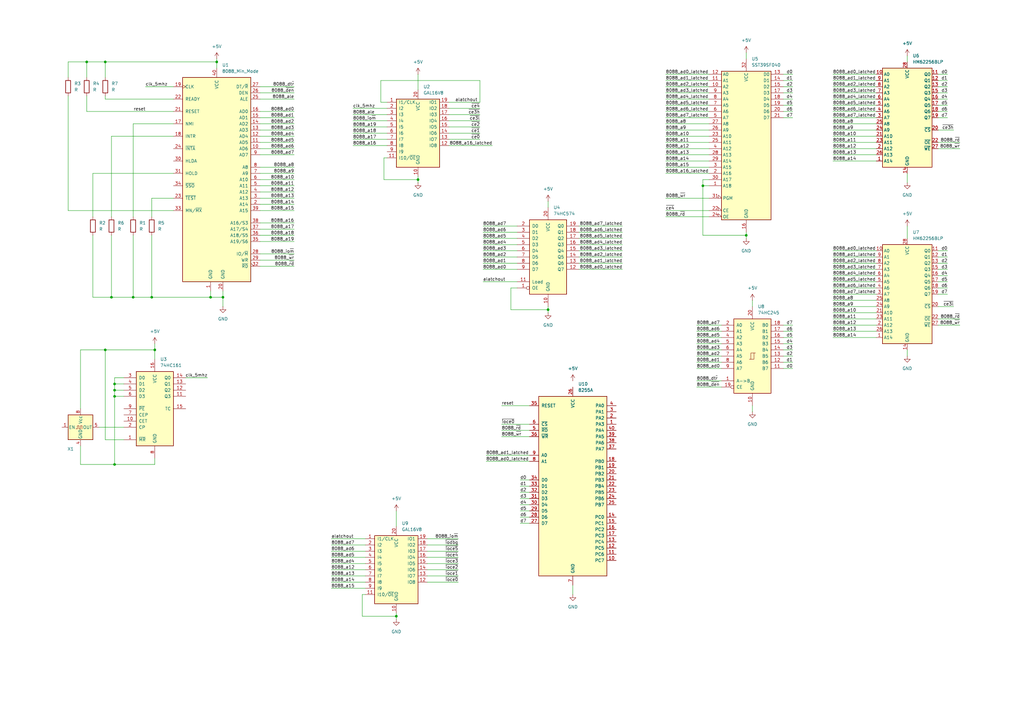
<source format=kicad_sch>
(kicad_sch (version 20231120) (generator "eeschema") (generator_version "8.0")
  (paper "A3")
  (lib_symbols
    (symbol "74xx:74HC245" (pin_names (offset 1.016))
      (property "Reference" "U" (at -7.62 16.51 0))
      (property "Value" "74HC245" (at -7.62 -16.51 0))
      (symbol "74HC245_1_0"
        (pin input line (at -12.7 -10.16 0) (length 5.08) (name "A->B") (number "1"))
        (pin power_in line (at 0 -20.32 90) (length 5.08) (name "GND") (number "10"))
        (pin tri_state line (at 12.7 -5.08 180) (length 5.08) (name "B7") (number "11"))
        (pin tri_state line (at 12.7 -2.54 180) (length 5.08) (name "B6") (number "12"))
        (pin tri_state line (at 12.7 0 180) (length 5.08) (name "B5") (number "13"))
        (pin tri_state line (at 12.7 2.54 180) (length 5.08) (name "B4") (number "14"))
        (pin tri_state line (at 12.7 5.08 180) (length 5.08) (name "B3") (number "15"))
        (pin tri_state line (at 12.7 7.62 180) (length 5.08) (name "B2") (number "16"))
        (pin tri_state line (at 12.7 10.16 180) (length 5.08) (name "B1") (number "17"))
        (pin tri_state line (at 12.7 12.7 180) (length 5.08) (name "B0") (number "18"))
        (pin input inverted (at -12.7 -12.7 0) (length 5.08) (name "CE") (number "19"))
        (pin tri_state line (at -12.7 12.7 0) (length 5.08) (name "A0") (number "2"))
        (pin power_in line (at 0 20.32 270) (length 5.08) (name "VCC") (number "20"))
        (pin tri_state line (at -12.7 10.16 0) (length 5.08) (name "A1") (number "3"))
        (pin tri_state line (at -12.7 7.62 0) (length 5.08) (name "A2") (number "4"))
        (pin tri_state line (at -12.7 5.08 0) (length 5.08) (name "A3") (number "5"))
        (pin tri_state line (at -12.7 2.54 0) (length 5.08) (name "A4") (number "6"))
        (pin tri_state line (at -12.7 0 0) (length 5.08) (name "A5") (number "7"))
        (pin tri_state line (at -12.7 -2.54 0) (length 5.08) (name "A6") (number "8"))
        (pin tri_state line (at -12.7 -5.08 0) (length 5.08) (name "A7") (number "9"))
      )
    )
    (symbol "74xx:74LS161" (pin_names (offset 1.016))
      (property "Reference" "U3" (at 2.1941 20.32 0))
      (property "Value" "74HC161" (at 2.1941 17.78 0))
      (symbol "74LS161_1_0"
        (pin input line (at -12.7 -12.7 0) (length 5.08) (name "~{MR}") (number "1"))
        (pin input line (at -12.7 -5.08 0) (length 5.08) (name "CET") (number "10"))
        (pin output line (at 12.7 5.08 180) (length 5.08) (name "Q3") (number "11"))
        (pin output line (at 12.7 7.62 180) (length 5.08) (name "Q2") (number "12"))
        (pin output line (at 12.7 10.16 180) (length 5.08) (name "Q1") (number "13"))
        (pin output line (at 12.7 12.7 180) (length 5.08) (name "Q0") (number "14"))
        (pin output line (at 12.7 0 180) (length 5.08) (name "TC") (number "15"))
        (pin power_in line (at 0 20.32 270) (length 5.08) (name "VCC") (number "16"))
        (pin input line (at -12.7 -7.62 0) (length 5.08) (name "CP") (number "2"))
        (pin input line (at -12.7 12.7 0) (length 5.08) (name "D0") (number "3"))
        (pin input line (at -12.7 10.16 0) (length 5.08) (name "D1") (number "4"))
        (pin input line (at -12.7 7.62 0) (length 5.08) (name "D2") (number "5"))
        (pin input line (at -12.7 5.08 0) (length 5.08) (name "D3") (number "6"))
        (pin input line (at -12.7 -2.54 0) (length 5.08) (name "CEP") (number "7"))
        (pin power_in line (at 0 -20.32 90) (length 5.08) (name "GND") (number "8"))
        (pin input line (at -12.7 0 0) (length 5.08) (name "~{PE}") (number "9"))
      )
    )
    (symbol "74xx:74LS573" (pin_names (offset 1.016))
      (property "Reference" "U" (at -7.62 16.51 0))
      (property "Value" "74LS573" (at -7.62 -16.51 0))
      (symbol "74LS573_1_0"
        (pin input inverted (at -12.7 -12.7 0) (length 5.08) (name "OE") (number "1"))
        (pin power_in line (at 0 -20.32 90) (length 5.08) (name "GND") (number "10"))
        (pin input line (at -12.7 -10.16 0) (length 5.08) (name "Load") (number "11"))
        (pin tri_state line (at 12.7 -5.08 180) (length 5.08) (name "Q7") (number "12"))
        (pin tri_state line (at 12.7 -2.54 180) (length 5.08) (name "Q6") (number "13"))
        (pin tri_state line (at 12.7 0 180) (length 5.08) (name "Q5") (number "14"))
        (pin tri_state line (at 12.7 2.54 180) (length 5.08) (name "Q4") (number "15"))
        (pin tri_state line (at 12.7 5.08 180) (length 5.08) (name "Q3") (number "16"))
        (pin tri_state line (at 12.7 7.62 180) (length 5.08) (name "Q2") (number "17"))
        (pin tri_state line (at 12.7 10.16 180) (length 5.08) (name "Q1") (number "18"))
        (pin tri_state line (at 12.7 12.7 180) (length 5.08) (name "Q0") (number "19"))
        (pin input line (at -12.7 12.7 0) (length 5.08) (name "D0") (number "2"))
        (pin power_in line (at 0 20.32 270) (length 5.08) (name "VCC") (number "20"))
        (pin input line (at -12.7 10.16 0) (length 5.08) (name "D1") (number "3"))
        (pin input line (at -12.7 7.62 0) (length 5.08) (name "D2") (number "4"))
        (pin input line (at -12.7 5.08 0) (length 5.08) (name "D3") (number "5"))
        (pin input line (at -12.7 2.54 0) (length 5.08) (name "D4") (number "6"))
        (pin input line (at -12.7 0 0) (length 5.08) (name "D5") (number "7"))
        (pin input line (at -12.7 -2.54 0) (length 5.08) (name "D6") (number "8"))
        (pin input line (at -12.7 -5.08 0) (length 5.08) (name "D7") (number "9"))
      )
    )
    (symbol "Device:R" (pin_numbers hide) (pin_names (offset 0))
      (property "Reference" "R" (at 2.032 0 90))
      (property "Value" "R" (at 0 0 90))
      (symbol "R_1_1"
        (pin passive line (at 0 3.81 270) (length 1.27) (name "~") (number "1"))
        (pin passive line (at 0 -3.81 90) (length 1.27) (name "~") (number "2"))
      )
    )
    (symbol "Interface:8255A" (pin_names (offset 1.016))
      (property "Reference" "U" (at -13.97 38.1 0))
      (property "Value" "8255A" (at 8.89 38.1 0))
      (symbol "8255A_1_1"
        (pin bidirectional line (at 17.78 25.4 180) (length 3.81) (name "PA3") (number "1"))
        (pin bidirectional line (at 17.78 -30.48 180) (length 3.81) (name "PC7") (number "10"))
        (pin bidirectional line (at 17.78 -27.94 180) (length 3.81) (name "PC6") (number "11"))
        (pin bidirectional line (at 17.78 -25.4 180) (length 3.81) (name "PC5") (number "12"))
        (pin bidirectional line (at 17.78 -22.86 180) (length 3.81) (name "PC4") (number "13"))
        (pin bidirectional line (at 17.78 -12.7 180) (length 3.81) (name "PC0") (number "14"))
        (pin bidirectional line (at 17.78 -15.24 180) (length 3.81) (name "PC1") (number "15"))
        (pin bidirectional line (at 17.78 -17.78 180) (length 3.81) (name "PC2") (number "16"))
        (pin bidirectional line (at 17.78 -20.32 180) (length 3.81) (name "PC3") (number "17"))
        (pin bidirectional line (at 17.78 10.16 180) (length 3.81) (name "PB0") (number "18"))
        (pin bidirectional line (at 17.78 7.62 180) (length 3.81) (name "PB1") (number "19"))
        (pin bidirectional line (at 17.78 27.94 180) (length 3.81) (name "PA2") (number "2"))
        (pin bidirectional line (at 17.78 5.08 180) (length 3.81) (name "PB2") (number "20"))
        (pin bidirectional line (at 17.78 2.54 180) (length 3.81) (name "PB3") (number "21"))
        (pin bidirectional line (at 17.78 0 180) (length 3.81) (name "PB4") (number "22"))
        (pin bidirectional line (at 17.78 -2.54 180) (length 3.81) (name "PB5") (number "23"))
        (pin bidirectional line (at 17.78 -5.08 180) (length 3.81) (name "PB6") (number "24"))
        (pin bidirectional line (at 17.78 -7.62 180) (length 3.81) (name "PB7") (number "25"))
        (pin power_in line (at 0 40.64 270) (length 3.81) (name "VCC") (number "26"))
        (pin bidirectional line (at -17.78 -15.24 0) (length 3.81) (name "D7") (number "27"))
        (pin bidirectional line (at -17.78 -12.7 0) (length 3.81) (name "D6") (number "28"))
        (pin bidirectional line (at -17.78 -10.16 0) (length 3.81) (name "D5") (number "29"))
        (pin bidirectional line (at 17.78 30.48 180) (length 3.81) (name "PA1") (number "3"))
        (pin bidirectional line (at -17.78 -7.62 0) (length 3.81) (name "D4") (number "30"))
        (pin bidirectional line (at -17.78 -5.08 0) (length 3.81) (name "D3") (number "31"))
        (pin bidirectional line (at -17.78 -2.54 0) (length 3.81) (name "D2") (number "32"))
        (pin bidirectional line (at -17.78 0 0) (length 3.81) (name "D1") (number "33"))
        (pin bidirectional line (at -17.78 2.54 0) (length 3.81) (name "D0") (number "34"))
        (pin input line (at -17.78 33.02 0) (length 3.81) (name "RESET") (number "35"))
        (pin input line (at -17.78 20.32 0) (length 3.81) (name "~{WR}") (number "36"))
        (pin bidirectional line (at 17.78 15.24 180) (length 3.81) (name "PA7") (number "37"))
        (pin bidirectional line (at 17.78 17.78 180) (length 3.81) (name "PA6") (number "38"))
        (pin bidirectional line (at 17.78 20.32 180) (length 3.81) (name "PA5") (number "39"))
        (pin bidirectional line (at 17.78 33.02 180) (length 3.81) (name "PA0") (number "4"))
        (pin bidirectional line (at 17.78 22.86 180) (length 3.81) (name "PA4") (number "40"))
        (pin input line (at -17.78 22.86 0) (length 3.81) (name "~{RD}") (number "5"))
        (pin input line (at -17.78 25.4 0) (length 3.81) (name "~{CS}") (number "6"))
        (pin power_in line (at 0 -40.64 90) (length 3.81) (name "GND") (number "7"))
        (pin input line (at -17.78 10.16 0) (length 3.81) (name "A1") (number "8"))
        (pin input line (at -17.78 12.7 0) (length 3.81) (name "A0") (number "9"))
      )
    )
    (symbol "Logic_Programmable:GAL16V8" (pin_names (offset 1.016))
      (property "Reference" "U" (at -8.89 16.51 0))
      (property "Value" "GAL16V8" (at 1.27 16.51 0))
      (symbol "GAL16V8_0_0"
        (pin power_in line (at 0 -17.78 90) (length 3.81) (name "GND") (number "10"))
        (pin power_in line (at 0 17.78 270) (length 3.81) (name "VCC") (number "20"))
      )
      (symbol "GAL16V8_1_1"
        (pin input line (at -12.7 12.7 0) (length 3.81) (name "I1/CLK") (number "1"))
        (pin input line (at -12.7 -10.16 0) (length 3.81) (name "I10/~{OE}") (number "11"))
        (pin tri_state line (at 12.7 -5.08 180) (length 3.81) (name "IO8") (number "12"))
        (pin tri_state line (at 12.7 -2.54 180) (length 3.81) (name "IO7") (number "13"))
        (pin tri_state line (at 12.7 0 180) (length 3.81) (name "IO6") (number "14"))
        (pin tri_state line (at 12.7 2.54 180) (length 3.81) (name "IO5") (number "15"))
        (pin tri_state line (at 12.7 5.08 180) (length 3.81) (name "IO4") (number "16"))
        (pin tri_state line (at 12.7 7.62 180) (length 3.81) (name "I03") (number "17"))
        (pin tri_state line (at 12.7 10.16 180) (length 3.81) (name "IO2") (number "18"))
        (pin tri_state line (at 12.7 12.7 180) (length 3.81) (name "IO1") (number "19"))
        (pin input line (at -12.7 10.16 0) (length 3.81) (name "I2") (number "2"))
        (pin input line (at -12.7 7.62 0) (length 3.81) (name "I3") (number "3"))
        (pin input line (at -12.7 5.08 0) (length 3.81) (name "I4") (number "4"))
        (pin input line (at -12.7 2.54 0) (length 3.81) (name "I5") (number "5"))
        (pin input line (at -12.7 0 0) (length 3.81) (name "I6") (number "6"))
        (pin input line (at -12.7 -2.54 0) (length 3.81) (name "I7") (number "7"))
        (pin input line (at -12.7 -5.08 0) (length 3.81) (name "I8") (number "8"))
        (pin input line (at -12.7 -7.62 0) (length 3.81) (name "I9") (number "9"))
      )
    )
    (symbol "MCU_Intel:8088_Min_Mode" (pin_names (offset 1.016))
      (property "Reference" "U" (at -12.7 43.18 0))
      (property "Value" "8088_Min_Mode" (at 10.16 43.18 0))
      (symbol "8088_Min_Mode_1_1"
        (pin power_in line (at -2.54 -45.72 90) (length 3.81) (name "GND") (number "1"))
        (pin bidirectional line (at 17.78 12.7 180) (length 3.81) (name "AD6") (number "10"))
        (pin bidirectional line (at 17.78 15.24 180) (length 3.81) (name "AD5") (number "11"))
        (pin bidirectional line (at 17.78 17.78 180) (length 3.81) (name "AD4") (number "12"))
        (pin bidirectional line (at 17.78 20.32 180) (length 3.81) (name "AD3") (number "13"))
        (pin bidirectional line (at 17.78 22.86 180) (length 3.81) (name "AD2") (number "14"))
        (pin bidirectional line (at 17.78 25.4 180) (length 3.81) (name "AD1") (number "15"))
        (pin bidirectional line (at 17.78 27.94 180) (length 3.81) (name "AD0") (number "16"))
        (pin input line (at -17.78 22.86 0) (length 3.81) (name "NMI") (number "17"))
        (pin input line (at -17.78 17.78 0) (length 3.81) (name "INTR") (number "18"))
        (pin input clock (at -17.78 38.1 0) (length 3.81) (name "CLK") (number "19"))
        (pin output line (at 17.78 -10.16 180) (length 3.81) (name "A14") (number "2"))
        (pin power_in line (at 2.54 -45.72 90) (length 3.81) (name "GND") (number "20"))
        (pin input line (at -17.78 27.94 0) (length 3.81) (name "RESET") (number "21"))
        (pin input line (at -17.78 33.02 0) (length 3.81) (name "READY") (number "22"))
        (pin input line (at -17.78 -7.62 0) (length 3.81) (name "~{TEST}") (number "23"))
        (pin output line (at -17.78 12.7 0) (length 3.81) (name "~{INTA}") (number "24"))
        (pin output line (at 17.78 33.02 180) (length 3.81) (name "ALE") (number "25"))
        (pin output line (at 17.78 35.56 180) (length 3.81) (name "DEN") (number "26"))
        (pin output line (at 17.78 38.1 180) (length 3.81) (name "DT/~{R}") (number "27"))
        (pin output line (at 17.78 -30.48 180) (length 3.81) (name "IO/~{M}") (number "28"))
        (pin output line (at 17.78 -33.02 180) (length 3.81) (name "WR") (number "29"))
        (pin output line (at 17.78 -7.62 180) (length 3.81) (name "A13") (number "3"))
        (pin output line (at -17.78 7.62 0) (length 3.81) (name "HLDA") (number "30"))
        (pin input line (at -17.78 2.54 0) (length 3.81) (name "HOLD") (number "31"))
        (pin output output_low (at 17.78 -35.56 180) (length 3.81) (name "~{RD}") (number "32"))
        (pin input line (at -17.78 -12.7 0) (length 3.81) (name "MN/~{MX}") (number "33"))
        (pin output line (at -17.78 -2.54 0) (length 3.81) (name "~{SSO}") (number "34"))
        (pin output line (at 17.78 -25.4 180) (length 3.81) (name "A19/S6") (number "35"))
        (pin output line (at 17.78 -22.86 180) (length 3.81) (name "A18/S5") (number "36"))
        (pin output line (at 17.78 -20.32 180) (length 3.81) (name "A17/S4") (number "37"))
        (pin output line (at 17.78 -17.78 180) (length 3.81) (name "A16/S3") (number "38"))
        (pin output line (at 17.78 -12.7 180) (length 3.81) (name "A15") (number "39"))
        (pin output line (at 17.78 -5.08 180) (length 3.81) (name "A12") (number "4"))
        (pin power_in line (at 0 45.72 270) (length 3.81) (name "VCC") (number "40"))
        (pin output line (at 17.78 -2.54 180) (length 3.81) (name "A11") (number "5"))
        (pin output line (at 17.78 0 180) (length 3.81) (name "A10") (number "6"))
        (pin output line (at 17.78 2.54 180) (length 3.81) (name "A9") (number "7"))
        (pin output line (at 17.78 5.08 180) (length 3.81) (name "A8") (number "8"))
        (pin bidirectional line (at 17.78 10.16 180) (length 3.81) (name "AD7") (number "9"))
      )
    )
    (symbol "Memory_Flash:SST39SF040"
      (property "Reference" "U" (at 2.54 33.02 0))
      (property "Value" "SST39SF040" (at 0 -30.48 0))
      (symbol "SST39SF040_0_0"
        (pin power_in line (at 0 -34.29 90) (length 5.08) (name "GND") (number "16"))
        (pin power_in line (at 0 36.83 270) (length 5.08) (name "VCC") (number "32"))
      )
      (symbol "SST39SF040_1_1"
        (pin input line (at -15.24 -15.24 0) (length 5.08) (name "A18") (number "1"))
        (pin input line (at -15.24 25.4 0) (length 5.08) (name "A2") (number "10"))
        (pin input line (at -15.24 27.94 0) (length 5.08) (name "A1") (number "11"))
        (pin input line (at -15.24 30.48 0) (length 5.08) (name "A0") (number "12"))
        (pin tri_state line (at 15.24 30.48 180) (length 5.08) (name "D0") (number "13"))
        (pin tri_state line (at 15.24 27.94 180) (length 5.08) (name "D1") (number "14"))
        (pin tri_state line (at 15.24 25.4 180) (length 5.08) (name "D2") (number "15"))
        (pin tri_state line (at 15.24 22.86 180) (length 5.08) (name "D3") (number "17"))
        (pin tri_state line (at 15.24 20.32 180) (length 5.08) (name "D4") (number "18"))
        (pin tri_state line (at 15.24 17.78 180) (length 5.08) (name "D5") (number "19"))
        (pin input line (at -15.24 -10.16 0) (length 5.08) (name "A16") (number "2"))
        (pin tri_state line (at 15.24 15.24 180) (length 5.08) (name "D6") (number "20"))
        (pin tri_state line (at 15.24 12.7 180) (length 5.08) (name "D7") (number "21"))
        (pin input input_low (at -15.24 -25.4 0) (length 5.08) (name "CE") (number "22"))
        (pin input line (at -15.24 5.08 0) (length 5.08) (name "A10") (number "23"))
        (pin input input_low (at -15.24 -27.94 0) (length 5.08) (name "OE") (number "24"))
        (pin input line (at -15.24 2.54 0) (length 5.08) (name "A11") (number "25"))
        (pin input line (at -15.24 7.62 0) (length 5.08) (name "A9") (number "26"))
        (pin input line (at -15.24 10.16 0) (length 5.08) (name "A8") (number "27"))
        (pin input line (at -15.24 -2.54 0) (length 5.08) (name "A13") (number "28"))
        (pin input line (at -15.24 -5.08 0) (length 5.08) (name "A14") (number "29"))
        (pin input line (at -15.24 -7.62 0) (length 5.08) (name "A15") (number "3"))
        (pin input line (at -15.24 -12.7 0) (length 5.08) (name "A17") (number "30"))
        (pin input input_low (at -15.24 -20.32 0) (length 5.08) (name "PGM") (number "31"))
        (pin input line (at -15.24 0 0) (length 5.08) (name "A12") (number "4"))
        (pin input line (at -15.24 12.7 0) (length 5.08) (name "A7") (number "5"))
        (pin input line (at -15.24 15.24 0) (length 5.08) (name "A6") (number "6"))
        (pin input line (at -15.24 17.78 0) (length 5.08) (name "A5") (number "7"))
        (pin input line (at -15.24 20.32 0) (length 5.08) (name "A4") (number "8"))
        (pin input line (at -15.24 22.86 0) (length 5.08) (name "A3") (number "9"))
      )
    )
    (symbol "Memory_RAM:HM62256BLP"
      (property "Reference" "U" (at -10.16 20.955 0))
      (property "Value" "HM62256BLP" (at 2.54 20.955 0))
      (symbol "HM62256BLP_0_0"
        (pin power_in line (at 0 -22.86 90) (length 2.54) (name "GND") (number "14"))
        (pin power_in line (at 0 22.86 270) (length 2.54) (name "VCC") (number "28"))
      )
      (symbol "HM62256BLP_1_1"
        (pin input line (at -12.7 -17.78 0) (length 2.54) (name "A14") (number "1"))
        (pin input line (at -12.7 17.78 0) (length 2.54) (name "A0") (number "10"))
        (pin tri_state line (at 12.7 17.78 180) (length 2.54) (name "Q0") (number "11"))
        (pin tri_state line (at 12.7 15.24 180) (length 2.54) (name "Q1") (number "12"))
        (pin tri_state line (at 12.7 12.7 180) (length 2.54) (name "Q2") (number "13"))
        (pin tri_state line (at 12.7 10.16 180) (length 2.54) (name "Q3") (number "15"))
        (pin tri_state line (at 12.7 7.62 180) (length 2.54) (name "Q4") (number "16"))
        (pin tri_state line (at 12.7 5.08 180) (length 2.54) (name "Q5") (number "17"))
        (pin tri_state line (at 12.7 2.54 180) (length 2.54) (name "Q6") (number "18"))
        (pin tri_state line (at 12.7 0 180) (length 2.54) (name "Q7") (number "19"))
        (pin input line (at -12.7 -12.7 0) (length 2.54) (name "A12") (number "2"))
        (pin input line (at 12.7 -5.08 180) (length 2.54) (name "~{CS}") (number "20"))
        (pin input line (at -12.7 -7.62 0) (length 2.54) (name "A10") (number "21"))
        (pin input line (at 12.7 -10.16 180) (length 2.54) (name "~{OE}") (number "22"))
        (pin input line (at -12.7 -10.16 0) (length 2.54) (name "A11") (number "23"))
        (pin input line (at -12.7 -5.08 0) (length 2.54) (name "A9") (number "24"))
        (pin input line (at -12.7 -2.54 0) (length 2.54) (name "A8") (number "25"))
        (pin input line (at -12.7 -15.24 0) (length 2.54) (name "A13") (number "26"))
        (pin input line (at 12.7 -12.7 180) (length 2.54) (name "~{WE}") (number "27"))
        (pin input line (at -12.7 0 0) (length 2.54) (name "A7") (number "3"))
        (pin input line (at -12.7 2.54 0) (length 2.54) (name "A6") (number "4"))
        (pin input line (at -12.7 5.08 0) (length 2.54) (name "A5") (number "5"))
        (pin input line (at -12.7 7.62 0) (length 2.54) (name "A4") (number "6"))
        (pin input line (at -12.7 10.16 0) (length 2.54) (name "A3") (number "7"))
        (pin input line (at -12.7 12.7 0) (length 2.54) (name "A2") (number "8"))
        (pin input line (at -12.7 15.24 0) (length 2.54) (name "A1") (number "9"))
      )
    )
    (symbol "Oscillator:CXO_DIP8" (pin_names (offset 0.254))
      (property "Reference" "X" (at -5.08 6.35 0))
      (property "Value" "CXO_DIP8" (at 1.27 -6.35 0))
      (symbol "CXO_DIP8_1_1"
        (pin input line (at -7.62 0 0) (length 2.54) (name "EN") (number "1"))
        (pin power_in line (at 0 -7.62 90) (length 2.54) (name "GND") (number "4"))
        (pin output line (at 7.62 0 180) (length 2.54) (name "OUT") (number "5"))
        (pin power_in line (at 0 7.62 270) (length 2.54) (name "Vcc") (number "8"))
      )
    )
    (symbol "power:+5V" (power) (pin_numbers hide) (pin_names (offset 0) hide)
      (property "Value" "+5V" (at 0 3.556 0))
      (symbol "+5V_1_1"
        (pin power_in line (at 0 0 90) (length 0) (name "~") (number "1"))
      )
    )
    (symbol "power:GND" (power) (pin_numbers hide) (pin_names (offset 0) hide)
      (property "Value" "GND" (at 0 -3.81 0))
      (symbol "GND_1_1"
        (pin power_in line (at 0 0 270) (length 0) (name "~") (number "1"))
      )
    )
  )
  (junction (at 306.07 96.52))
  (junction (at 224.79 127))
  (junction (at 35.56 25.4))
  (junction (at 88.9 25.4))
  (junction (at 43.18 25.4))
  (junction (at 162.56 252.73))
  (junction (at 86.36 121.92))
  (junction (at 43.18 143.51))
  (junction (at 46.99 190.5))
  (junction (at 91.44 121.92))
  (junction (at 46.99 157.48))
  (junction (at 171.45 73.66))
  (junction (at 54.61 121.92))
  (junction (at 46.99 162.56))
  (junction (at 45.72 121.92))
  (junction (at 62.23 121.92))
  (junction (at 63.5 143.51))
  (junction (at 46.99 160.02))
  (junction (at 288.29 76.2))
  (wire (pts (xy 198.12 115.57) (xy 212.09 115.57)))
  (wire (pts (xy 341.63 130.81) (xy 359.41 130.81)))
  (wire (pts (xy 321.31 45.72) (xy 325.12 45.72)))
  (wire (pts (xy 205.74 166.37) (xy 217.17 166.37)))
  (wire (pts (xy 273.05 63.5) (xy 290.83 63.5)))
  (wire (pts (xy 158.75 59.69) (xy 144.78 59.69)))
  (wire (pts (xy 71.12 40.64) (xy 43.18 40.64)))
  (wire (pts (xy 88.9 24.13) (xy 88.9 25.4)))
  (wire (pts (xy 162.56 252.73) (xy 148.59 252.73)))
  (wire (pts (xy 54.61 121.92) (xy 62.23 121.92)))
  (wire (pts (xy 86.36 121.92) (xy 86.36 119.38)))
  (wire (pts (xy 157.48 73.66) (xy 157.48 64.77)))
  (wire (pts (xy 62.23 81.28) (xy 62.23 88.9)))
  (wire (pts (xy 71.12 71.12) (xy 38.1 71.12)))
  (wire (pts (xy 38.1 71.12) (xy 38.1 88.9)))
  (wire (pts (xy 40.64 175.26) (xy 50.8 175.26)))
  (wire (pts (xy 217.17 209.55) (xy 213.36 209.55)))
  (wire (pts (xy 372.11 71.12) (xy 372.11 74.93)))
  (wire (pts (xy 321.31 143.51) (xy 325.12 143.51)))
  (wire (pts (xy 306.07 96.52) (xy 306.07 97.79)))
  (wire (pts (xy 308.61 166.37) (xy 308.61 168.91)))
  (wire (pts (xy 290.83 40.64) (xy 273.05 40.64)))
  (wire (pts (xy 217.17 199.39) (xy 213.36 199.39)))
  (wire (pts (xy 359.41 118.11) (xy 341.63 118.11)))
  (wire (pts (xy 359.41 120.65) (xy 341.63 120.65)))
  (wire (pts (xy 359.41 45.72) (xy 341.63 45.72)))
  (wire (pts (xy 43.18 25.4) (xy 88.9 25.4)))
  (wire (pts (xy 106.68 68.58) (xy 120.65 68.58)))
  (wire (pts (xy 359.41 35.56) (xy 341.63 35.56)))
  (wire (pts (xy 106.68 109.22) (xy 120.65 109.22)))
  (wire (pts (xy 384.81 35.56) (xy 388.62 35.56)))
  (wire (pts (xy 359.41 105.41) (xy 341.63 105.41)))
  (wire (pts (xy 63.5 143.51) (xy 43.18 143.51)))
  (wire (pts (xy 384.81 58.42) (xy 393.7 58.42)))
  (wire (pts (xy 106.68 73.66) (xy 120.65 73.66)))
  (wire (pts (xy 46.99 160.02) (xy 46.99 162.56)))
  (wire (pts (xy 212.09 95.25) (xy 198.12 95.25)))
  (wire (pts (xy 273.05 68.58) (xy 290.83 68.58)))
  (wire (pts (xy 341.63 63.5) (xy 359.41 63.5)))
  (wire (pts (xy 372.11 22.86) (xy 372.11 25.4)))
  (wire (pts (xy 308.61 123.19) (xy 308.61 125.73)))
  (wire (pts (xy 359.41 33.02) (xy 341.63 33.02)))
  (wire (pts (xy 212.09 102.87) (xy 198.12 102.87)))
  (wire (pts (xy 149.86 228.6) (xy 135.89 228.6)))
  (wire (pts (xy 285.75 151.13) (xy 295.91 151.13)))
  (wire (pts (xy 384.81 60.96) (xy 393.7 60.96)))
  (wire (pts (xy 384.81 105.41) (xy 388.62 105.41)))
  (wire (pts (xy 149.86 226.06) (xy 135.89 226.06)))
  (wire (pts (xy 175.26 231.14) (xy 187.96 231.14)))
  (wire (pts (xy 359.41 30.48) (xy 341.63 30.48)))
  (wire (pts (xy 91.44 121.92) (xy 91.44 125.73)))
  (wire (pts (xy 175.26 223.52) (xy 187.96 223.52)))
  (wire (pts (xy 184.15 54.61) (xy 196.85 54.61)))
  (wire (pts (xy 71.12 50.8) (xy 54.61 50.8)))
  (wire (pts (xy 184.15 59.69) (xy 201.93 59.69)))
  (wire (pts (xy 175.26 238.76) (xy 187.96 238.76)))
  (wire (pts (xy 217.17 204.47) (xy 213.36 204.47)))
  (wire (pts (xy 158.75 57.15) (xy 144.78 57.15)))
  (wire (pts (xy 359.41 43.18) (xy 341.63 43.18)))
  (wire (pts (xy 88.9 25.4) (xy 88.9 27.94)))
  (wire (pts (xy 38.1 121.92) (xy 45.72 121.92)))
  (wire (pts (xy 54.61 121.92) (xy 54.61 96.52)))
  (wire (pts (xy 273.05 53.34) (xy 290.83 53.34)))
  (wire (pts (xy 106.68 48.26) (xy 120.65 48.26)))
  (wire (pts (xy 106.68 76.2) (xy 120.65 76.2)))
  (wire (pts (xy 217.17 207.01) (xy 213.36 207.01)))
  (wire (pts (xy 321.31 48.26) (xy 325.12 48.26)))
  (wire (pts (xy 237.49 92.71) (xy 255.27 92.71)))
  (wire (pts (xy 196.85 41.91) (xy 184.15 41.91)))
  (wire (pts (xy 217.17 186.69) (xy 199.39 186.69)))
  (wire (pts (xy 106.68 60.96) (xy 120.65 60.96)))
  (wire (pts (xy 106.68 40.64) (xy 120.65 40.64)))
  (wire (pts (xy 341.63 50.8) (xy 359.41 50.8)))
  (wire (pts (xy 144.78 44.45) (xy 158.75 44.45)))
  (wire (pts (xy 35.56 45.72) (xy 71.12 45.72)))
  (wire (pts (xy 359.41 110.49) (xy 341.63 110.49)))
  (wire (pts (xy 175.26 226.06) (xy 187.96 226.06)))
  (wire (pts (xy 148.59 252.73) (xy 148.59 243.84)))
  (wire (pts (xy 196.85 41.91) (xy 196.85 33.02)))
  (wire (pts (xy 384.81 133.35) (xy 393.7 133.35)))
  (wire (pts (xy 359.41 40.64) (xy 341.63 40.64)))
  (wire (pts (xy 158.75 46.99) (xy 144.78 46.99)))
  (wire (pts (xy 46.99 154.94) (xy 46.99 157.48)))
  (wire (pts (xy 306.07 21.59) (xy 306.07 24.13)))
  (wire (pts (xy 205.74 176.53) (xy 217.17 176.53)))
  (wire (pts (xy 46.99 190.5) (xy 63.5 190.5)))
  (wire (pts (xy 46.99 160.02) (xy 50.8 160.02)))
  (wire (pts (xy 273.05 88.9) (xy 290.83 88.9)))
  (wire (pts (xy 234.95 240.03) (xy 234.95 243.84)))
  (wire (pts (xy 106.68 50.8) (xy 120.65 50.8)))
  (wire (pts (xy 91.44 119.38) (xy 91.44 121.92)))
  (wire (pts (xy 384.81 43.18) (xy 388.62 43.18)))
  (wire (pts (xy 196.85 33.02) (xy 156.21 33.02)))
  (wire (pts (xy 33.02 182.88) (xy 33.02 190.5)))
  (wire (pts (xy 306.07 96.52) (xy 288.29 96.52)))
  (wire (pts (xy 187.96 220.98) (xy 175.26 220.98)))
  (wire (pts (xy 46.99 162.56) (xy 46.99 190.5)))
  (wire (pts (xy 144.78 49.53) (xy 158.75 49.53)))
  (wire (pts (xy 288.29 73.66) (xy 290.83 73.66)))
  (wire (pts (xy 184.15 57.15) (xy 196.85 57.15)))
  (wire (pts (xy 224.79 127) (xy 224.79 128.27)))
  (wire (pts (xy 285.75 146.05) (xy 295.91 146.05)))
  (wire (pts (xy 43.18 143.51) (xy 43.18 180.34)))
  (wire (pts (xy 285.75 143.51) (xy 295.91 143.51)))
  (wire (pts (xy 35.56 25.4) (xy 43.18 25.4)))
  (wire (pts (xy 71.12 86.36) (xy 27.94 86.36)))
  (wire (pts (xy 321.31 40.64) (xy 325.12 40.64)))
  (wire (pts (xy 341.63 135.89) (xy 359.41 135.89)))
  (wire (pts (xy 149.86 236.22) (xy 135.89 236.22)))
  (wire (pts (xy 158.75 52.07) (xy 144.78 52.07)))
  (wire (pts (xy 237.49 110.49) (xy 255.27 110.49)))
  (wire (pts (xy 285.75 140.97) (xy 295.91 140.97)))
  (wire (pts (xy 212.09 100.33) (xy 198.12 100.33)))
  (wire (pts (xy 45.72 55.88) (xy 45.72 88.9)))
  (wire (pts (xy 285.75 138.43) (xy 295.91 138.43)))
  (wire (pts (xy 384.81 38.1) (xy 388.62 38.1)))
  (wire (pts (xy 290.83 48.26) (xy 273.05 48.26)))
  (wire (pts (xy 237.49 97.79) (xy 255.27 97.79)))
  (wire (pts (xy 359.41 115.57) (xy 341.63 115.57)))
  (wire (pts (xy 290.83 33.02) (xy 273.05 33.02)))
  (wire (pts (xy 106.68 58.42) (xy 120.65 58.42)))
  (wire (pts (xy 212.09 105.41) (xy 198.12 105.41)))
  (wire (pts (xy 156.21 41.91) (xy 158.75 41.91)))
  (wire (pts (xy 290.83 71.12) (xy 273.05 71.12)))
  (wire (pts (xy 237.49 95.25) (xy 255.27 95.25)))
  (wire (pts (xy 372.11 92.71) (xy 372.11 97.79)))
  (wire (pts (xy 212.09 107.95) (xy 198.12 107.95)))
  (wire (pts (xy 217.17 173.99) (xy 205.74 173.99)))
  (wire (pts (xy 120.65 104.14) (xy 106.68 104.14)))
  (wire (pts (xy 212.09 97.79) (xy 198.12 97.79)))
  (wire (pts (xy 158.75 54.61) (xy 144.78 54.61)))
  (wire (pts (xy 217.17 196.85) (xy 213.36 196.85)))
  (wire (pts (xy 321.31 146.05) (xy 325.12 146.05)))
  (wire (pts (xy 171.45 73.66) (xy 157.48 73.66)))
  (wire (pts (xy 149.86 241.3) (xy 135.89 241.3)))
  (wire (pts (xy 273.05 66.04) (xy 290.83 66.04)))
  (wire (pts (xy 106.68 99.06) (xy 120.65 99.06)))
  (wire (pts (xy 306.07 95.25) (xy 306.07 96.52)))
  (wire (pts (xy 341.63 66.04) (xy 359.41 66.04)))
  (wire (pts (xy 184.15 49.53) (xy 196.85 49.53)))
  (wire (pts (xy 162.56 251.46) (xy 162.56 252.73)))
  (wire (pts (xy 175.26 228.6) (xy 187.96 228.6)))
  (wire (pts (xy 321.31 30.48) (xy 325.12 30.48)))
  (wire (pts (xy 341.63 138.43) (xy 359.41 138.43)))
  (wire (pts (xy 384.81 48.26) (xy 388.62 48.26)))
  (wire (pts (xy 359.41 48.26) (xy 341.63 48.26)))
  (wire (pts (xy 62.23 96.52) (xy 62.23 121.92)))
  (wire (pts (xy 217.17 214.63) (xy 213.36 214.63)))
  (wire (pts (xy 35.56 31.75) (xy 35.56 25.4)))
  (wire (pts (xy 321.31 151.13) (xy 325.12 151.13)))
  (wire (pts (xy 288.29 96.52) (xy 288.29 76.2)))
  (wire (pts (xy 321.31 133.35) (xy 325.12 133.35)))
  (wire (pts (xy 35.56 45.72) (xy 35.56 39.37)))
  (wire (pts (xy 175.26 236.22) (xy 187.96 236.22)))
  (wire (pts (xy 384.81 30.48) (xy 388.62 30.48)))
  (wire (pts (xy 45.72 121.92) (xy 54.61 121.92)))
  (wire (pts (xy 171.45 73.66) (xy 171.45 74.93)))
  (wire (pts (xy 295.91 158.75) (xy 285.75 158.75)))
  (wire (pts (xy 217.17 212.09) (xy 213.36 212.09)))
  (wire (pts (xy 50.8 154.94) (xy 46.99 154.94)))
  (wire (pts (xy 149.86 233.68) (xy 135.89 233.68)))
  (wire (pts (xy 106.68 38.1) (xy 120.65 38.1)))
  (wire (pts (xy 149.86 231.14) (xy 135.89 231.14)))
  (wire (pts (xy 384.81 110.49) (xy 388.62 110.49)))
  (wire (pts (xy 384.81 33.02) (xy 388.62 33.02)))
  (wire (pts (xy 71.12 55.88) (xy 45.72 55.88)))
  (wire (pts (xy 106.68 55.88) (xy 120.65 55.88)))
  (wire (pts (xy 237.49 100.33) (xy 255.27 100.33)))
  (wire (pts (xy 237.49 105.41) (xy 255.27 105.41)))
  (wire (pts (xy 359.41 38.1) (xy 341.63 38.1)))
  (wire (pts (xy 106.68 83.82) (xy 120.65 83.82)))
  (wire (pts (xy 321.31 140.97) (xy 325.12 140.97)))
  (wire (pts (xy 184.15 44.45) (xy 196.85 44.45)))
  (wire (pts (xy 295.91 156.21) (xy 285.75 156.21)))
  (wire (pts (xy 321.31 135.89) (xy 325.12 135.89)))
  (wire (pts (xy 63.5 190.5) (xy 63.5 187.96)))
  (wire (pts (xy 156.21 33.02) (xy 156.21 41.91)))
  (wire (pts (xy 175.26 233.68) (xy 187.96 233.68)))
  (wire (pts (xy 384.81 53.34) (xy 391.16 53.34)))
  (wire (pts (xy 384.81 130.81) (xy 393.7 130.81)))
  (wire (pts (xy 341.63 53.34) (xy 359.41 53.34)))
  (wire (pts (xy 59.69 35.56) (xy 71.12 35.56)))
  (wire (pts (xy 217.17 189.23) (xy 199.39 189.23)))
  (wire (pts (xy 288.29 76.2) (xy 290.83 76.2)))
  (wire (pts (xy 341.63 55.88) (xy 359.41 55.88)))
  (wire (pts (xy 106.68 71.12) (xy 120.65 71.12)))
  (wire (pts (xy 290.83 30.48) (xy 273.05 30.48)))
  (wire (pts (xy 273.05 50.8) (xy 290.83 50.8)))
  (wire (pts (xy 290.83 35.56) (xy 273.05 35.56)))
  (wire (pts (xy 384.81 118.11) (xy 388.62 118.11)))
  (wire (pts (xy 341.63 123.19) (xy 359.41 123.19)))
  (wire (pts (xy 184.15 46.99) (xy 196.85 46.99)))
  (wire (pts (xy 46.99 157.48) (xy 50.8 157.48)))
  (wire (pts (xy 384.81 107.95) (xy 388.62 107.95)))
  (wire (pts (xy 384.81 113.03) (xy 388.62 113.03)))
  (wire (pts (xy 63.5 140.97) (xy 63.5 143.51)))
  (wire (pts (xy 273.05 55.88) (xy 290.83 55.88)))
  (wire (pts (xy 209.55 118.11) (xy 209.55 127)))
  (wire (pts (xy 149.86 223.52) (xy 135.89 223.52)))
  (wire (pts (xy 321.31 38.1) (xy 325.12 38.1)))
  (wire (pts (xy 135.89 220.98) (xy 149.86 220.98)))
  (wire (pts (xy 288.29 76.2) (xy 288.29 73.66)))
  (wire (pts (xy 384.81 102.87) (xy 388.62 102.87)))
  (wire (pts (xy 359.41 107.95) (xy 341.63 107.95)))
  (wire (pts (xy 106.68 53.34) (xy 120.65 53.34)))
  (wire (pts (xy 224.79 82.55) (xy 224.79 85.09)))
  (wire (pts (xy 35.56 25.4) (xy 27.94 25.4)))
  (wire (pts (xy 285.75 133.35) (xy 295.91 133.35)))
  (wire (pts (xy 217.17 201.93) (xy 213.36 201.93)))
  (wire (pts (xy 285.75 135.89) (xy 295.91 135.89)))
  (wire (pts (xy 212.09 110.49) (xy 198.12 110.49)))
  (wire (pts (xy 359.41 113.03) (xy 341.63 113.03)))
  (wire (pts (xy 162.56 209.55) (xy 162.56 215.9)))
  (wire (pts (xy 321.31 43.18) (xy 325.12 43.18)))
  (wire (pts (xy 157.48 64.77) (xy 158.75 64.77)))
  (wire (pts (xy 205.74 179.07) (xy 217.17 179.07)))
  (wire (pts (xy 148.59 243.84) (xy 149.86 243.84)))
  (wire (pts (xy 273.05 86.36) (xy 290.83 86.36)))
  (wire (pts (xy 341.63 128.27) (xy 359.41 128.27)))
  (wire (pts (xy 372.11 143.51) (xy 372.11 146.05)))
  (wire (pts (xy 212.09 92.71) (xy 198.12 92.71)))
  (wire (pts (xy 321.31 33.02) (xy 325.12 33.02)))
  (wire (pts (xy 106.68 78.74) (xy 120.65 78.74)))
  (wire (pts (xy 290.83 45.72) (xy 273.05 45.72)))
  (wire (pts (xy 209.55 127) (xy 224.79 127)))
  (wire (pts (xy 171.45 72.39) (xy 171.45 73.66)))
  (wire (pts (xy 106.68 45.72) (xy 120.65 45.72)))
  (wire (pts (xy 71.12 81.28) (xy 62.23 81.28)))
  (wire (pts (xy 321.31 35.56) (xy 325.12 35.56)))
  (wire (pts (xy 273.05 60.96) (xy 290.83 60.96)))
  (wire (pts (xy 106.68 35.56) (xy 120.65 35.56)))
  (wire (pts (xy 63.5 143.51) (xy 63.5 147.32)))
  (wire (pts (xy 290.83 38.1) (xy 273.05 38.1)))
  (wire (pts (xy 171.45 30.48) (xy 171.45 36.83)))
  (wire (pts (xy 27.94 31.75) (xy 27.94 25.4)))
  (wire (pts (xy 285.75 148.59) (xy 295.91 148.59)))
  (wire (pts (xy 50.8 180.34) (xy 43.18 180.34)))
  (wire (pts (xy 33.02 190.5) (xy 46.99 190.5)))
  (wire (pts (xy 359.41 102.87) (xy 341.63 102.87)))
  (wire (pts (xy 341.63 60.96) (xy 359.41 60.96)))
  (wire (pts (xy 212.09 118.11) (xy 209.55 118.11)))
  (wire (pts (xy 321.31 138.43) (xy 325.12 138.43)))
  (wire (pts (xy 54.61 50.8) (xy 54.61 88.9)))
  (wire (pts (xy 46.99 162.56) (xy 50.8 162.56)))
  (wire (pts (xy 237.49 107.95) (xy 255.27 107.95)))
  (wire (pts (xy 46.99 157.48) (xy 46.99 160.02)))
  (wire (pts (xy 91.44 121.92) (xy 86.36 121.92)))
  (wire (pts (xy 162.56 252.73) (xy 162.56 254)))
  (wire (pts (xy 224.79 125.73) (xy 224.79 127)))
  (wire (pts (xy 62.23 121.92) (xy 86.36 121.92)))
  (wire (pts (xy 106.68 96.52) (xy 120.65 96.52)))
  (wire (pts (xy 43.18 25.4) (xy 43.18 31.75)))
  (wire (pts (xy 184.15 52.07) (xy 196.85 52.07)))
  (wire (pts (xy 33.02 143.51) (xy 33.02 167.64)))
  (wire (pts (xy 273.05 81.28) (xy 290.83 81.28)))
  (wire (pts (xy 384.81 115.57) (xy 388.62 115.57)))
  (wire (pts (xy 384.81 120.65) (xy 388.62 120.65)))
  (wire (pts (xy 273.05 58.42) (xy 290.83 58.42)))
  (wire (pts (xy 341.63 58.42) (xy 359.41 58.42)))
  (wire (pts (xy 43.18 143.51) (xy 33.02 143.51)))
  (wire (pts (xy 76.2 154.94) (xy 85.09 154.94)))
  (wire (pts (xy 106.68 81.28) (xy 120.65 81.28)))
  (wire (pts (xy 38.1 96.52) (xy 38.1 121.92)))
  (wire (pts (xy 149.86 238.76) (xy 135.89 238.76)))
  (wire (pts (xy 321.31 148.59) (xy 325.12 148.59)))
  (wire (pts (xy 290.83 43.18) (xy 273.05 43.18)))
  (wire (pts (xy 43.18 40.64) (xy 43.18 39.37)))
  (wire (pts (xy 106.68 86.36) (xy 120.65 86.36)))
  (wire (pts (xy 106.68 93.98) (xy 120.65 93.98)))
  (wire (pts (xy 106.68 106.68) (xy 120.65 106.68)))
  (wire (pts (xy 45.72 96.52) (xy 45.72 121.92)))
  (wire (pts (xy 384.81 45.72) (xy 388.62 45.72)))
  (wire (pts (xy 384.81 40.64) (xy 388.62 40.64)))
  (wire (pts (xy 341.63 133.35) (xy 359.41 133.35)))
  (wire (pts (xy 384.81 125.73) (xy 391.16 125.73)))
  (wire (pts (xy 237.49 102.87) (xy 255.27 102.87)))
  (wire (pts (xy 106.68 63.5) (xy 120.65 63.5)))
  (wire (pts (xy 27.94 39.37) (xy 27.94 86.36)))
  (wire (pts (xy 106.68 91.44) (xy 120.65 91.44)))
  (wire (pts (xy 341.63 125.73) (xy 359.41 125.73)))
  (label "~{ce3l}" (at 391.16 125.73 180))
  (label "8088_ad7" (at 135.89 223.52 0))
  (label "d6" (at 213.36 212.09 0))
  (label "8088_a19" (at 120.65 99.06 180))
  (label "~{ce4}" (at 273.05 86.36 0))
  (label "d7" (at 388.62 120.65 180))
  (label "8088_a13" (at 120.65 81.28 180))
  (label "8088_dt~{r}" (at 120.65 35.56 180))
  (label "d2" (at 388.62 35.56 180))
  (label "d7" (at 325.12 48.26 180))
  (label "8088_a14" (at 135.89 238.76 0))
  (label "alatchout" (at 135.89 220.98 0))
  (label "8088_a14" (at 341.63 66.04 0))
  (label "d2" (at 325.12 35.56 180))
  (label "8088_ad4_latched" (at 341.63 40.64 0))
  (label "d0" (at 388.62 102.87 180))
  (label "8088_a17" (at 144.78 57.15 0))
  (label "8088_ad1" (at 120.65 48.26 180))
  (label "d1" (at 325.12 33.02 180))
  (label "8088_ad6" (at 120.65 60.96 180))
  (label "8088_ad3" (at 198.12 102.87 0))
  (label "d2" (at 213.36 201.93 0))
  (label "8088_ad3_latched" (at 341.63 38.1 0))
  (label "8088_io~{m}" (at 187.96 220.98 180))
  (label "8088_a8" (at 120.65 68.58 180))
  (label "8088_ad4_latched" (at 255.27 100.33 180))
  (label "8088_a11" (at 120.65 76.2 180))
  (label "8088_a13" (at 341.63 63.5 0))
  (label "8088_a8" (at 341.63 123.19 0))
  (label "d6" (at 388.62 45.72 180))
  (label "8088_ad0_latched" (at 341.63 102.87 0))
  (label "8088_io~{m}" (at 144.78 49.53 0))
  (label "d7" (at 388.62 48.26 180))
  (label "reset" (at 205.74 166.37 0))
  (label "8088_ad1" (at 198.12 107.95 0))
  (label "d1" (at 388.62 33.02 180))
  (label "8088_~{rd}" (at 393.7 58.42 180))
  (label "8088_ad2_latched" (at 341.63 35.56 0))
  (label "8088_~{rd}" (at 393.7 130.81 180))
  (label "d3" (at 325.12 143.51 180))
  (label "8088_ad7_latched" (at 341.63 120.65 0))
  (label "d3" (at 325.12 38.1 180))
  (label "~{ioce4}" (at 187.96 228.6 180))
  (label "clk_5mhz" (at 59.69 35.56 0))
  (label "8088_ad6" (at 285.75 135.89 0))
  (label "8088_ad1_latched" (at 199.39 186.69 0))
  (label "d0" (at 325.12 151.13 180))
  (label "d0" (at 213.36 196.85 0))
  (label "8088_~{rd}" (at 120.65 109.22 180))
  (label "8088_a12" (at 273.05 60.96 0))
  (label "8088_ad5" (at 285.75 138.43 0))
  (label "8088_a10" (at 341.63 55.88 0))
  (label "8088_ad2_latched" (at 255.27 105.41 180))
  (label "8088_ad2" (at 285.75 146.05 0))
  (label "8088_ale" (at 144.78 46.99 0))
  (label "8088_ad0" (at 285.75 151.13 0))
  (label "d5" (at 388.62 43.18 180))
  (label "8088_a12" (at 135.89 233.68 0))
  (label "8088_ad0_latched" (at 199.39 189.23 0))
  (label "d5" (at 325.12 138.43 180))
  (label "8088_ad0" (at 120.65 45.72 180))
  (label "8088_ad5_latched" (at 273.05 43.18 0))
  (label "8088_a16" (at 144.78 59.69 0))
  (label "8088_a17" (at 120.65 93.98 180))
  (label "8088_a12" (at 120.65 78.74 180))
  (label "8088_~{wr}" (at 120.65 106.68 180))
  (label "8088_a10" (at 120.65 73.66 180))
  (label "alatchout" (at 198.12 115.57 0))
  (label "d5" (at 325.12 43.18 180))
  (label "8088_ad5" (at 135.89 228.6 0))
  (label "8088_ad7_latched" (at 255.27 92.71 180))
  (label "~{ce1}" (at 196.85 54.61 180))
  (label "8088_a16" (at 120.65 91.44 180))
  (label "8088_ad0_latched" (at 273.05 30.48 0))
  (label "8088_a8" (at 341.63 50.8 0))
  (label "8088_ad3" (at 120.65 53.34 180))
  (label "d1" (at 388.62 105.41 180))
  (label "8088_ad6_latched" (at 273.05 45.72 0))
  (label "8088_ad5_latched" (at 341.63 43.18 0))
  (label "8088_ad4" (at 120.65 55.88 180))
  (label "8088_ad4_latched" (at 273.05 40.64 0))
  (label "~{ce3h}" (at 391.16 53.34 180))
  (label "8088_a8" (at 273.05 50.8 0))
  (label "8088_~{wr}" (at 393.7 133.35 180))
  (label "8088_ale" (at 120.65 40.64 180))
  (label "8088_a15" (at 120.65 86.36 180))
  (label "~{ioce5}" (at 187.96 226.06 180))
  (label "8088_ad6" (at 198.12 95.25 0))
  (label "8088_ad1_latched" (at 341.63 105.41 0))
  (label "8088_ad2" (at 120.65 50.8 180))
  (label "8088_a18" (at 120.65 96.52 180))
  (label "8088_ad6_latched" (at 341.63 118.11 0))
  (label "clk_5mhz" (at 144.78 44.45 0))
  (label "~{ioce0}" (at 205.74 173.99 0))
  (label "8088_ad4" (at 198.12 100.33 0))
  (label "8088_a11" (at 341.63 130.81 0))
  (label "8088_a16_latched" (at 273.05 71.12 0))
  (label "8088_ad4" (at 285.75 140.97 0))
  (label "8088_ad3" (at 285.75 143.51 0))
  (label "8088_ad1_latched" (at 341.63 33.02 0))
  (label "8088_a14" (at 273.05 66.04 0))
  (label "~{ce3h}" (at 196.85 46.99 180))
  (label "d5" (at 213.36 209.55 0))
  (label "8088_ad6" (at 135.89 226.06 0))
  (label "8088_ad3_latched" (at 341.63 110.49 0))
  (label "8088_ad4_latched" (at 341.63 113.03 0))
  (label "d3" (at 388.62 110.49 180))
  (label "d4" (at 325.12 40.64 180))
  (label "8088_a13" (at 341.63 135.89 0))
  (label "8088_ad1_latched" (at 255.27 107.95 180))
  (label "8088_ad1" (at 285.75 148.59 0))
  (label "8088_a9" (at 341.63 125.73 0))
  (label "d7" (at 213.36 214.63 0))
  (label "8088_a13" (at 135.89 236.22 0))
  (label "8088_ad0" (at 198.12 110.49 0))
  (label "8088_a14" (at 120.65 83.82 180))
  (label "8088_ad1_latched" (at 273.05 33.02 0))
  (label "8088_a15" (at 273.05 68.58 0))
  (label "d0" (at 325.12 30.48 180))
  (label "d4" (at 388.62 113.03 180))
  (label "8088_ad7_latched" (at 341.63 48.26 0))
  (label "~{ce0}" (at 196.85 57.15 180))
  (label "8088_ad4" (at 135.89 231.14 0))
  (label "d2" (at 325.12 146.05 180))
  (label "8088_a13" (at 273.05 63.5 0))
  (label "8088_a18" (at 144.78 54.61 0))
  (label "8088_~{rd}" (at 273.05 88.9 0))
  (label "8088_ad7" (at 198.12 92.71 0))
  (label "8088_a11" (at 273.05 58.42 0))
  (label "8088_a9" (at 120.65 71.12 180))
  (label "8088_a12" (at 341.63 133.35 0))
  (label "8088_ad5_latched" (at 255.27 97.79 180))
  (label "~{ioce3}" (at 187.96 231.14 180))
  (label "8088_a12" (at 341.63 60.96 0))
  (label "8088_a14" (at 341.63 138.43 0))
  (label "8088_io~{m}" (at 120.65 104.14 180))
  (label "d3" (at 388.62 38.1 180))
  (label "8088_ad0_latched" (at 341.63 30.48 0))
  (label "d4" (at 388.62 40.64 180))
  (label "d0" (at 388.62 30.48 180))
  (label "8088_ad0_latched" (at 255.27 110.49 180))
  (label "8088_ad3_latched" (at 255.27 102.87 180))
  (label "8088_ad2_latched" (at 341.63 107.95 0))
  (label "d7" (at 325.12 133.35 180))
  (label "~{ioce0}" (at 187.96 238.76 180))
  (label "8088_ad6_latched" (at 255.27 95.25 180))
  (label "d4" (at 325.12 140.97 180))
  (label "reset" (at 59.69 45.72 180))
  (label "8088_ad5_latched" (at 341.63 115.57 0))
  (label "8088_a19" (at 144.78 52.07 0))
  (label "d6" (at 325.12 45.72 180))
  (label "8088_ad6_latched" (at 341.63 45.72 0))
  (label "8088_ad5" (at 198.12 97.79 0))
  (label "d6" (at 325.12 135.89 180))
  (label "~{ce3l}" (at 196.85 49.53 180))
  (label "8088_ad3_latched" (at 273.05 38.1 0))
  (label "d3" (at 213.36 204.47 0))
  (label "~{ioce1}" (at 187.96 236.22 180))
  (label "8088_a10" (at 341.63 128.27 0))
  (label "8088_a15" (at 135.89 241.3 0))
  (label "8088_ad2" (at 198.12 105.41 0))
  (label "8088_a9" (at 273.05 53.34 0))
  (label "~{iodbg}" (at 187.96 223.52 180))
  (label "8088_ad2_latched" (at 273.05 35.56 0))
  (label "8088_a9" (at 341.63 53.34 0))
  (label "8088_ad5" (at 120.65 58.42 180))
  (label "8088_dt~{r}" (at 285.75 156.21 0))
  (label "8088_~{den}" (at 285.75 158.75 0))
  (label "8088_~{rd}" (at 205.74 176.53 0))
  (label "~{ioce2}" (at 187.96 233.68 180))
  (label "alatchout" (at 186.69 41.91 0))
  (label "8088_~{wr}" (at 393.7 60.96 180))
  (label "8088_a10" (at 273.05 55.88 0))
  (label "8088_ad7" (at 120.65 63.5 180))
  (label "8088_ad7" (at 285.75 133.35 0))
  (label "d4" (at 213.36 207.01 0))
  (label "d1" (at 325.12 148.59 180))
  (label "8088_~{wr}" (at 205.74 179.07 0))
  (label "d6" (at 388.62 118.11 180))
  (label "8088_a11" (at 341.63 58.42 0))
  (label "8088_~{den}" (at 120.65 38.1 180))
  (label "8088_~{wr}" (at 273.05 81.28 0))
  (label "d1" (at 213.36 199.39 0))
  (label "8088_a16_latched" (at 201.93 59.69 180))
  (label "clk_5mhz" (at 85.09 154.94 180))
  (label "~{ce2}" (at 196.85 52.07 180))
  (label "d5" (at 388.62 115.57 180))
  (label "~{ce4}" (at 196.85 44.45 180))
  (label "d2" (at 388.62 107.95 180))
  (label "8088_ad7_latched" (at 273.05 48.26 0))
  (symbol (lib_id "Memory_Flash:SST39SF040") (at 306.07 60.96 0) (unit 1)
    (property "Reference" "U5" (at 308.2641 24.13 0) (effects (justify left)))
    (property "Value" "SST39SF040" (at 308.2641 26.67 0) (effects (justify left)))
    (property "Datasheet" "http://ww1.microchip.com/downloads/en/DeviceDoc/25022B.pdf" (effects (hide yes)))
    (property "Description" "Silicon Storage Technology (SSF) 512k x 8 Flash ROM" (effects (hide yes)))
  )
  (symbol (lib_id "power:GND") (at 91.44 125.73 0) (unit 1)
    (property "Reference" "#PWR014" (effects (hide yes)))
    (property "Value" "GND" (at 91.44 130.81 0))
    (property "Description" "Power symbol creates a global label with name \"GND\" , ground" (effects (hide yes)))
  )
  (symbol (lib_id "power:+5V") (at 88.9 24.13 0) (unit 1)
    (property "Reference" "#PWR015" (effects (hide yes)))
    (property "Value" "+5V" (at 88.9 19.05 0))
    (property "Description" "Power symbol creates a global label with name \"+5V\"" (effects (hide yes)))
  )
  (symbol (lib_id "power:GND") (at 171.45 74.93 0) (unit 1)
    (property "Reference" "#PWR03" (effects (hide yes)))
    (property "Value" "GND" (at 171.45 80.01 0))
    (property "Description" "Power symbol creates a global label with name \"GND\" , ground" (effects (hide yes)))
  )
  (symbol (lib_id "Device:R") (at 45.72 92.71 0) (unit 1)
    (property "Reference" "R6" (at 48.26 91.4399 0) (effects (justify left)))
    (property "Value" "R" (at 48.26 93.9799 0) (effects (justify left)))
    (property "Description" "Resistor" (effects (hide yes)))
  )
  (symbol (lib_id "74xx:74HC245") (at 308.61 146.05 0) (unit 1)
    (property "Reference" "U8" (at 310.8041 125.73 0) (effects (justify left)))
    (property "Value" "74HC245" (at 310.8041 128.27 0) (effects (justify left)))
    (property "Datasheet" "http://www.ti.com/lit/gpn/sn74HC245" (effects (hide yes)))
    (property "Description" "Octal BUS Transceivers, 3-State outputs" (effects (hide yes)))
  )
  (symbol (lib_id "power:+5V") (at 234.95 156.21 0) (unit 1)
    (property "Reference" "#PWR018" (effects (hide yes)))
    (property "Value" "+5V" (at 234.95 151.13 0))
    (property "Description" "Power symbol creates a global label with name \"+5V\"" (effects (hide yes)))
  )
  (symbol (lib_id "Interface:8255A") (at 234.95 199.39 0) (unit 1)
    (property "Reference" "U10" (at 237.1441 157.48 0) (effects (justify left)))
    (property "Value" "8255A" (at 237.1441 160.02 0) (effects (justify left)))
    (property "Footprint" "Package_DIP:DIP-40_W15.24mm" (effects (hide yes)))
    (property "Datasheet" "http://aturing.umcs.maine.edu/~meadow/courses/cos335/Intel8255A.pdf" (effects (hide yes)))
    (property "Description" "Programmable Peripheral Interface, PDIP-40" (effects (hide yes)))
  )
  (symbol (lib_id "Device:R") (at 38.1 92.71 0) (unit 1)
    (property "Reference" "R2" (at 40.64 91.4399 0) (effects (justify left)))
    (property "Value" "R" (at 40.64 93.9799 0) (effects (justify left)))
    (property "Description" "Resistor" (effects (hide yes)))
  )
  (symbol (lib_id "power:+5V") (at 63.5 140.97 0) (unit 1)
    (property "Reference" "#PWR01" (effects (hide yes)))
    (property "Value" "+5V" (at 63.5 135.89 0))
    (property "Description" "Power symbol creates a global label with name \"+5V\"" (effects (hide yes)))
  )
  (symbol (lib_id "power:+5V") (at 372.11 22.86 0) (unit 1)
    (property "Reference" "#PWR010" (effects (hide yes)))
    (property "Value" "+5V" (at 372.11 17.78 0))
    (property "Description" "Power symbol creates a global label with name \"+5V\"" (effects (hide yes)))
  )
  (symbol (lib_id "Device:R") (at 27.94 35.56 0) (unit 1)
    (property "Reference" "R3" (at 30.48 34.2899 0) (effects (justify left)))
    (property "Value" "R" (at 30.48 36.8299 0) (effects (justify left)))
    (property "Description" "Resistor" (effects (hide yes)))
  )
  (symbol (lib_id "Logic_Programmable:GAL16V8") (at 171.45 54.61 0) (unit 1)
    (property "Reference" "U2" (at 173.6441 35.56 0) (effects (justify left)))
    (property "Value" "GAL16V8" (at 173.6441 38.1 0) (effects (justify left)))
    (property "Description" "Programmable Logic Array, DIP-20/SOIC-20/PLCC-20" (effects (hide yes)))
  )
  (symbol (lib_id "power:GND") (at 308.61 168.91 0) (unit 1)
    (property "Reference" "#PWR013" (effects (hide yes)))
    (property "Value" "GND" (at 308.61 173.99 0))
    (property "Description" "Power symbol creates a global label with name \"GND\" , ground" (effects (hide yes)))
  )
  (symbol (lib_id "Device:R") (at 54.61 92.71 180) (unit 1)
    (property "Reference" "R1" (at 57.15 91.4399 0) (effects (justify right)))
    (property "Value" "R" (at 57.15 93.9799 0) (effects (justify right)))
    (property "Description" "Resistor" (effects (hide yes)))
  )
  (symbol (lib_id "Oscillator:CXO_DIP8") (at 33.02 175.26 0) (unit 1)
    (property "Reference" "X1" (at 28.956 184.15 0))
    (property "Value" "CXO_DIP8" (effects (hide yes)))
    (property "Footprint" "Oscillator:Oscillator_DIP-8" (effects (hide yes)))
    (property "Datasheet" "http://cdn-reichelt.de/documents/datenblatt/B400/OSZI.pdf" (effects (hide yes)))
    (property "Description" "Crystal Clock Oscillator, DIP8-style metal package" (effects (hide yes)))
  )
  (symbol (lib_id "Device:R") (at 35.56 35.56 0) (unit 1)
    (property "Reference" "R4" (at 38.1 34.2899 0) (effects (justify left)))
    (property "Value" "R" (at 38.1 36.8299 0) (effects (justify left)))
    (property "Description" "Resistor" (effects (hide yes)))
  )
  (symbol (lib_id "power:+5V") (at 306.07 21.59 0) (unit 1)
    (property "Reference" "#PWR07" (effects (hide yes)))
    (property "Value" "+5V" (at 306.07 16.51 0))
    (property "Description" "Power symbol creates a global label with name \"+5V\"" (effects (hide yes)))
  )
  (symbol (lib_id "Memory_RAM:HM62256BLP") (at 372.11 120.65 0) (unit 1)
    (property "Reference" "U7" (at 374.3041 95.25 0) (effects (justify left)))
    (property "Value" "HM62256BLP" (at 374.3041 97.79 0) (effects (justify left)))
    (property "Footprint" "Package_DIP:DIP-28_W15.24mm" (effects (hide yes)))
    (property "Datasheet" "https://web.mit.edu/6.115/www/document/62256.pdf" (effects (hide yes)))
    (property "Description" "32,768-word × 8-bit High Speed CMOS Static RAM, 70ns, DIP-28" (effects (hide yes)))
  )
  (symbol (lib_id "Device:R") (at 62.23 92.71 0) (unit 1)
    (property "Reference" "R5" (at 64.77 91.4399 0) (effects (justify left)))
    (property "Value" "R" (at 64.77 93.9799 0) (effects (justify left)))
    (property "Description" "Resistor" (effects (hide yes)))
  )
  (symbol (lib_id "power:GND") (at 162.56 254 0) (unit 1)
    (property "Reference" "#PWR017" (effects (hide yes)))
    (property "Value" "GND" (at 162.56 259.08 0))
    (property "Description" "Power symbol creates a global label with name \"GND\" , ground" (effects (hide yes)))
  )
  (symbol (lib_id "power:+5V") (at 171.45 30.48 0) (unit 1)
    (property "Reference" "#PWR02" (effects (hide yes)))
    (property "Value" "+5V" (at 171.45 25.4 0))
    (property "Description" "Power symbol creates a global label with name \"+5V\"" (effects (hide yes)))
  )
  (symbol (lib_id "power:+5V") (at 308.61 123.19 0) (unit 1)
    (property "Reference" "#PWR012" (effects (hide yes)))
    (property "Value" "+5V" (at 308.61 118.11 0))
    (property "Description" "Power symbol creates a global label with name \"+5V\"" (effects (hide yes)))
  )
  (symbol (lib_id "power:GND") (at 372.11 146.05 0) (unit 1)
    (property "Reference" "#PWR08" (effects (hide yes)))
    (property "Value" "GND" (at 372.11 151.13 0))
    (property "Description" "Power symbol creates a global label with name \"GND\" , ground" (effects (hide yes)))
  )
  (symbol (lib_id "Memory_RAM:HM62256BLP") (at 372.11 48.26 0) (unit 1)
    (property "Reference" "U6" (at 374.3041 22.86 0) (effects (justify left)))
    (property "Value" "HM62256BLP" (at 374.3041 25.4 0) (effects (justify left)))
    (property "Footprint" "Package_DIP:DIP-28_W15.24mm" (effects (hide yes)))
    (property "Datasheet" "https://web.mit.edu/6.115/www/document/62256.pdf" (effects (hide yes)))
    (property "Description" "32,768-word × 8-bit High Speed CMOS Static RAM, 70ns, DIP-28" (effects (hide yes)))
  )
  (symbol (lib_id "power:GND") (at 234.95 243.84 0) (unit 1)
    (property "Reference" "#PWR019" (effects (hide yes)))
    (property "Value" "GND" (at 234.95 248.92 0))
    (property "Description" "Power symbol creates a global label with name \"GND\" , ground" (effects (hide yes)))
  )
  (symbol (lib_id "74xx:74LS573") (at 224.79 105.41 0) (unit 1)
    (property "Reference" "U4" (at 226.9841 85.09 0) (effects (justify left)))
    (property "Value" "74HC574" (at 226.9841 87.63 0) (effects (justify left)))
    (property "Datasheet" "74xx/74hc573.pdf" (effects (hide yes)))
    (property "Description" "8-bit Latch 3-state outputs" (effects (hide yes)))
  )
  (symbol (lib_id "power:GND") (at 306.07 97.79 0) (unit 1)
    (property "Reference" "#PWR06" (effects (hide yes)))
    (property "Value" "GND" (at 306.07 102.87 0))
    (property "Description" "Power symbol creates a global label with name \"GND\" , ground" (effects (hide yes)))
  )
  (symbol (lib_id "power:GND") (at 372.11 74.93 0) (unit 1)
    (property "Reference" "#PWR09" (effects (hide yes)))
    (property "Value" "GND" (at 372.11 80.01 0))
    (property "Description" "Power symbol creates a global label with name \"GND\" , ground" (effects (hide yes)))
  )
  (symbol (lib_id "power:+5V") (at 224.79 82.55 0) (unit 1)
    (property "Reference" "#PWR05" (effects (hide yes)))
    (property "Value" "+5V" (at 224.79 77.47 0))
    (property "Description" "Power symbol creates a global label with name \"+5V\"" (effects (hide yes)))
  )
  (symbol (lib_id "power:+5V") (at 162.56 209.55 0) (unit 1)
    (property "Reference" "#PWR016" (effects (hide yes)))
    (property "Value" "+5V" (at 162.56 204.47 0))
    (property "Description" "Power symbol creates a global label with name \"+5V\"" (effects (hide yes)))
  )
  (symbol (lib_id "MCU_Intel:8088_Min_Mode") (at 88.9 73.66 0) (unit 1)
    (property "Reference" "U1" (at 91.0941 26.67 0) (effects (justify left)))
    (property "Value" "8088_Min_Mode" (at 91.0941 29.21 0) (effects (justify left)))
    (property "Footprint" "Package_DIP:DIP-40_W15.24mm" (effects (hide yes)))
    (property "Datasheet" "http://datasheets.chipdb.org/Intel/x86/808x/datashts/8088/231456-006.pdf" (effects (hide yes)))
    (property "Description" "8088 (minimum mode), 8-Bit HMOS Microprocessor, PDIP-40" (effects (hide yes)))
  )
  (symbol (lib_id "power:GND") (at 224.79 128.27 0) (unit 1)
    (property "Reference" "#PWR04" (effects (hide yes)))
    (property "Value" "GND" (at 224.79 133.35 0))
    (property "Description" "Power symbol creates a global label with name \"GND\" , ground" (effects (hide yes)))
  )
  (symbol (lib_id "Device:R") (at 43.18 35.56 0) (unit 1)
    (property "Reference" "R7" (at 45.72 34.2899 0) (effects (justify left)))
    (property "Value" "R" (at 45.72 36.8299 0) (effects (justify left)))
    (property "Description" "Resistor" (effects (hide yes)))
  )
  (symbol (lib_id "power:+5V") (at 372.11 92.71 0) (unit 1)
    (property "Reference" "#PWR011" (effects (hide yes)))
    (property "Value" "+5V" (at 372.11 87.63 0))
    (property "Description" "Power symbol creates a global label with name \"+5V\"" (effects (hide yes)))
  )
  (symbol (lib_id "74xx:74LS161") (at 63.5 167.64 0) (unit 1)
    (property "Reference" "U3" (at 65.6941 147.32 0) (effects (justify left)))
    (property "Value" "74HC161" (at 65.6941 149.86 0) (effects (justify left)))
    (property "Datasheet" "http://www.ti.com/lit/gpn/sn74LS161" (effects (hide yes)))
    (property "Description" "Synchronous 4-bit programmable binary Counter" (effects (hide yes)))
  )
  (symbol (lib_id "Logic_Programmable:GAL16V8") (at 162.56 233.68 0) (unit 1)
    (property "Reference" "U9" (at 164.7541 214.63 0) (effects (justify left)))
    (property "Value" "GAL16V8" (at 164.7541 217.17 0) (effects (justify left)))
    (property "Description" "Programmable Logic Array, DIP-20/SOIC-20/PLCC-20" (effects (hide yes)))
  )
)
</source>
